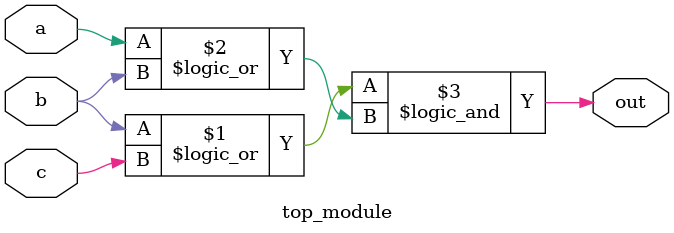
<source format=sv>
module top_module(
	input a, 
	input b,
	input c,
	output out
);

	assign out = (b || c) && (a || b);
	
endmodule

</source>
